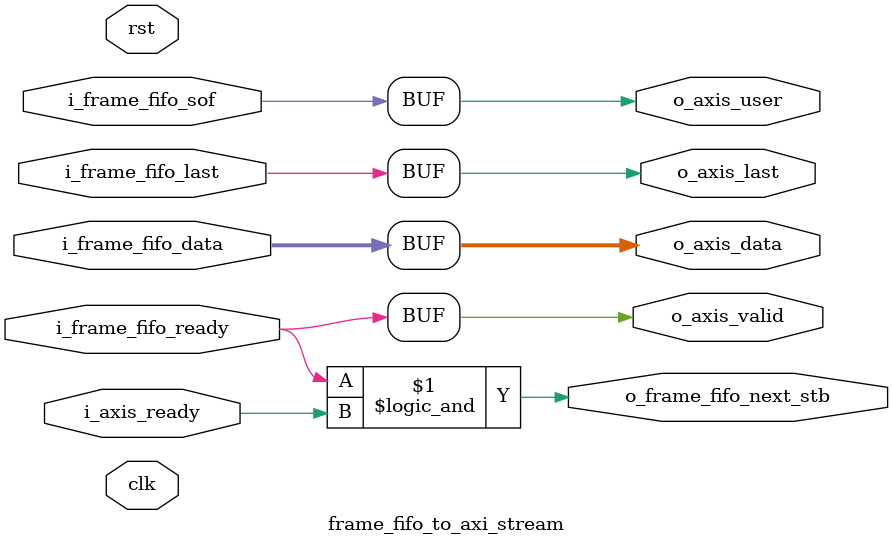
<source format=v>
/*
Distributed under the MIT license.
Copyright (c) 2018 Dave McCoy (dave.mccoy@cospandesign.com)

Permission is hereby granted, free of charge, to any person obtaining a copy of
this software and associated documentation files (the "Software"), to deal in
the Software without restriction, including without limitation the rights to
use, copy, modify, merge, publish, distribute, sublicense, and/or sell copies
of the Software, and to permit persons to whom the Software is furnished to do
so, subject to the following conditions:

The above copyright notice and this permission notice shall be included in all
copies or substantial portions of the Software.

THE SOFTWARE IS PROVIDED "AS IS", WITHOUT WARRANTY OF ANY KIND, EXPRESS OR
IMPLIED, INCLUDING BUT NOT LIMITED TO THE WARRANTIES OF MERCHANTABILITY,
FITNESS FOR A PARTICULAR PURPOSE AND NONINFRINGEMENT. IN NO EVENT SHALL THE
AUTHORS OR COPYRIGHT HOLDERS BE LIABLE FOR ANY CLAIM, DAMAGES OR OTHER
LIABILITY, WHETHER IN AN ACTION OF CONTRACT, TORT OR OTHERWISE, ARISING FROM,
OUT OF OR IN CONNECTION WITH THE SOFTWARE OR THE USE OR OTHER DEALINGS IN THE
SOFTWARE.
*/

/*
 * Author: Dave McCoy (dave.mccoy@cospandesign.com)
 * Description: Reads from axi stream fifo and generates axi_stream
 *
 * Changes:     Who?  What?
 *  03/01/2018: DFM   Initial check in.
 */

`timescale 1ps / 1ps

module frame_fifo_to_axi_stream #(
  parameter                                     AXIS_DATA_WIDTH     = 32,
  parameter                                     AXIS_STROBE_WIDTH   = AXIS_DATA_WIDTH / 8,
  parameter                                     USER_DEPTH          = 1
)(
  input                                         clk,
  input                                         rst,

  //Ping Poing FIFO Read Interface
  input                                         i_frame_fifo_ready,
  output                                        o_frame_fifo_next_stb,
  input                                         i_frame_fifo_sof,
  input                                         i_frame_fifo_last,
  input       [AXIS_DATA_WIDTH - 1: 0]          i_frame_fifo_data,

  //AXI Stream Output
  output      [USER_DEPTH - 1:0]                o_axis_user,
  input                                         i_axis_ready,
  output      [AXIS_DATA_WIDTH - 1:0]           o_axis_data,
  output                                        o_axis_last,
  output                                        o_axis_valid
);

//Functions
//local parameters
//submodules
//asynchronous logic

assign  o_axis_user               = i_frame_fifo_sof;
assign  o_axis_last               = i_frame_fifo_last;
assign  o_axis_valid              = i_frame_fifo_ready;
assign  o_frame_fifo_next_stb     = (o_axis_valid && i_axis_ready);
assign  o_axis_data               = i_frame_fifo_data;

//synchronous logic
endmodule

</source>
